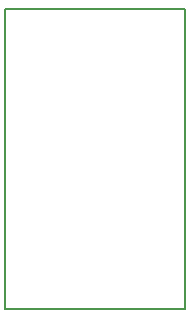
<source format=gbr>
G04 start of page 4 for group 2 idx 8 *
G04 Title: (unknown), outline *
G04 Creator: pcb 20110918 *
G04 CreationDate: Sun Aug 11 05:18:20 2013 UTC *
G04 For: mokus *
G04 Format: Gerber/RS-274X *
G04 PCB-Dimensions: 60000 100000 *
G04 PCB-Coordinate-Origin: lower left *
%MOIN*%
%FSLAX25Y25*%
%LNOUTLINE*%
%ADD35C,0.0060*%
G54D35*X0Y100000D02*X60000D01*
Y0D01*
X0D01*
Y100000D01*
M02*

</source>
